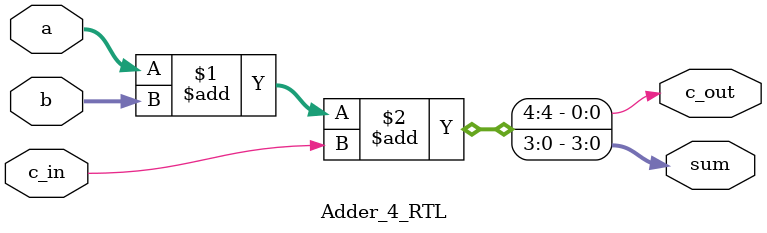
<source format=v>
module Adder_4_RTL(sum, c_out, a, b, c_in);
input [3:0] a, b;
input c_in;
output [3:0] sum;
output c_out;

assign {c_out, sum} = a + b+ c_in;
endmodule
</source>
